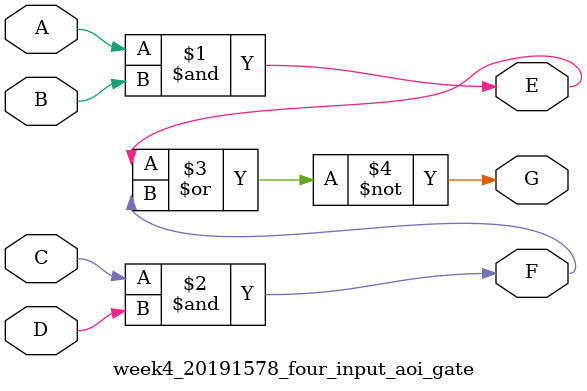
<source format=v>
`timescale 1ns / 1ps


module week4_20191578_four_input_aoi_gate(
    input A,
    input B,
    input C,
    input D,
    output E,
    output F,
    output G
    );
    assign E = A&B;
    assign F = C&D;
    assign G = ~(E|F);
endmodule

</source>
